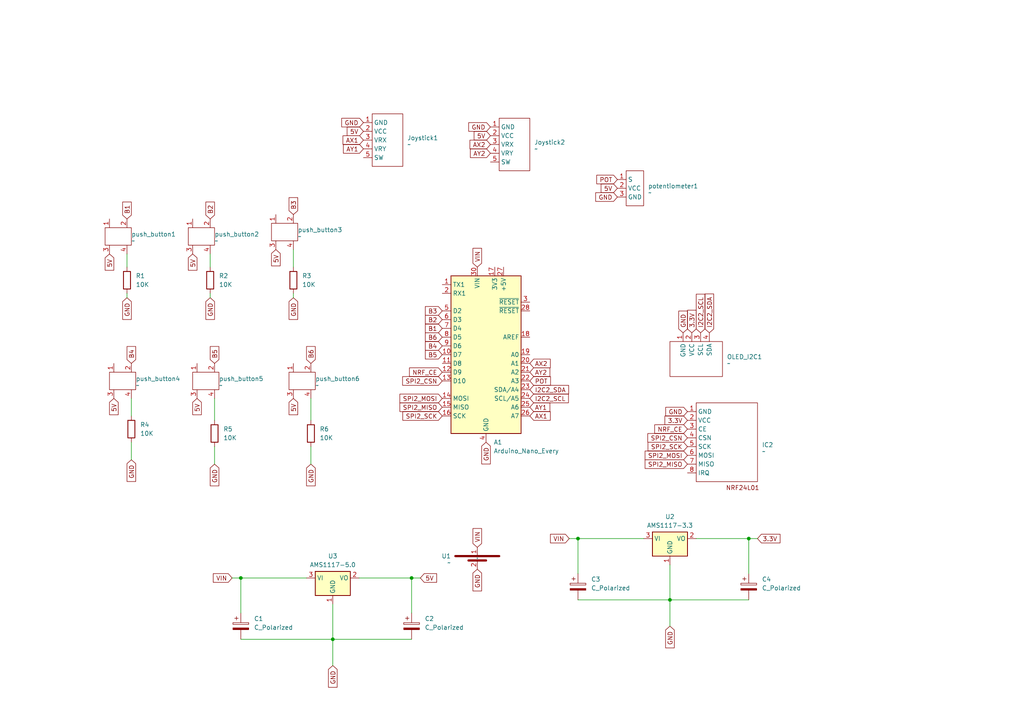
<source format=kicad_sch>
(kicad_sch (version 20231120) (generator "eeschema") (generator_version "8.0")
  (paper "A4")
  (lib_symbols
    (symbol "Device:C_Polarized" (pin_numbers hide) (pin_names (offset 0.254))
      (property "Reference" "C" (at 0.635 2.54 0))
      (property "Value" "C_Polarized" (at 0.635 -2.54 0))
      (symbol "C_Polarized_0_1"
        (rectangle (start -2.286 0.508) (end 2.286 1.016))
        (polyline (pts (xy -1.778 2.286) (xy -0.762 2.286)))
        (polyline (pts (xy -1.27 2.794) (xy -1.27 1.778)))
        (rectangle (start 2.286 -0.508) (end -2.286 -1.016) (fill (type outline)))
      )
      (symbol "C_Polarized_1_1"
        (pin passive line (at 0 3.81 270) (length 2.794) (name "~") (number "1"))
        (pin passive line (at 0 -3.81 90) (length 2.794) (name "~") (number "2"))
      )
    )
    (symbol "Device:R" (pin_numbers hide) (pin_names (offset 0))
      (property "Reference" "R" (at 2.032 0 90))
      (property "Value" "R" (at 0 0 90))
      (symbol "R_0_1"
        (rectangle (start -1.016 -2.54) (end 1.016 2.54) (stroke (width 0.254)))
      )
      (symbol "R_1_1"
        (pin passive line (at 0 3.81 270) (length 1.27) (name "~") (number "1"))
        (pin passive line (at 0 -3.81 90) (length 1.27) (name "~") (number "2"))
      )
    )
    (symbol "M4_library:Battery"
      (property "Reference" "U" (at -2.286 3.556 0))
      (symbol "Battery_1_1"
        (polyline (pts (xy -6.35 1.27) (xy 6.35 1.27)) (stroke (width 0.635)))
        (polyline (pts (xy 2.54 0) (xy -2.54 0)) (stroke (width 0.635)))
        (pin output line (at 0 3.81 270) (length 2.54) (name "VDD") (number "1"))
        (pin output line (at 0 -2.54 90) (length 2.54) (name "GND") (number "2"))
      )
    )
    (symbol "M4_library:Joystick"
      (property "Reference" "Joystick" (at -0.508 12.446 0))
      (symbol "Joystick_0_1"
        (rectangle (start -5.08 7.62) (end 3.81 -7.62))
      )
      (symbol "Joystick_1_1"
        (pin input line (at -7.62 5.08 0) (length 2.54) (name "GND") (number "1"))
        (pin input line (at -7.62 2.54 0) (length 2.54) (name "VCC") (number "2"))
        (pin input line (at -7.62 0 0) (length 2.54) (name "VRX") (number "3"))
        (pin input line (at -7.62 -2.54 0) (length 2.54) (name "VRY") (number "4"))
        (pin input line (at -7.62 -5.08 0) (length 2.54) (name "SW") (number "5"))
      )
    )
    (symbol "M4_library:NRF24L01_"
      (property "Reference" "IC" (at -8.89 12.954 0))
      (symbol "NRF24L01__0_1"
        (rectangle (start -8.89 11.43) (end 8.89 -11.43))
      )
      (symbol "NRF24L01__1_1"
        (text "NRF24L01\n" (at 4.572 -13.208 0) (effects (font (size 1.27 1.27))))
        (pin input line (at -11.43 8.89 0) (length 2.54) (name "GND") (number "1"))
        (pin input line (at -11.43 6.35 0) (length 2.54) (name "VCC") (number "2"))
        (pin input line (at -11.43 3.81 0) (length 2.54) (name "CE") (number "3"))
        (pin input line (at -11.43 1.27 0) (length 2.54) (name "CSN") (number "4"))
        (pin input line (at -11.43 -1.27 0) (length 2.54) (name "SCK") (number "5"))
        (pin input line (at -11.43 -3.81 0) (length 2.54) (name "MOSI") (number "6"))
        (pin input line (at -11.43 -6.35 0) (length 2.54) (name "MISO") (number "7"))
        (pin input line (at -11.43 -8.89 0) (length 2.54) (name "IRQ") (number "8"))
      )
    )
    (symbol "M4_library:OLED"
      (property "Reference" "OLED_I2C" (at -13.716 5.588 0))
      (symbol "OLED_0_1"
        (rectangle (start -10.16 2.54) (end 5.08 -7.62))
      )
      (symbol "OLED_1_1"
        (pin input line (at -6.35 5.08 270) (length 2.54) (name "GND") (number "1"))
        (pin input line (at -3.81 5.08 270) (length 2.54) (name "VCC") (number "2"))
        (pin input line (at -1.27 5.08 270) (length 2.54) (name "SCL") (number "3"))
        (pin input line (at 1.27 5.08 270) (length 2.54) (name "SDA") (number "4"))
      )
    )
    (symbol "M4_library:Push_button"
      (property "Reference" "push_button" (at -10.922 0.762 0))
      (symbol "Push_button_0_1"
        (rectangle (start -3.81 2.54) (end 3.81 -2.54))
      )
      (symbol "Push_button_1_1"
        (pin input line (at -2.54 5.08 270) (length 2.54) (name "") (number "1"))
        (pin input line (at 2.54 5.08 270) (length 2.54) (name "") (number "2"))
        (pin input line (at -2.54 -5.08 90) (length 2.54) (name "") (number "3"))
        (pin input line (at 2.54 -5.08 90) (length 2.54) (name "") (number "4"))
      )
    )
    (symbol "M4_library:pot"
      (property "Reference" "potentiometer" (at -3.302 6.35 0))
      (symbol "pot_0_1"
        (rectangle (start -1.27 5.08) (end 3.81 -5.08))
      )
      (symbol "pot_1_1"
        (pin input line (at -3.81 2.54 0) (length 2.54) (name "S") (number "1"))
        (pin input line (at -3.81 0 0) (length 2.54) (name "VCC") (number "2"))
        (pin input line (at -3.81 -2.54 0) (length 2.54) (name "GND") (number "3"))
      )
    )
    (symbol "MCU_Module:Arduino_Nano_Every"
      (property "Reference" "A" (at -10.16 23.495 0))
      (property "Value" "Arduino_Nano_Every" (at 5.08 -24.13 0))
      (symbol "Arduino_Nano_Every_0_1"
        (rectangle (start -10.16 22.86) (end 10.16 -22.86) (stroke (width 0.254)) (fill (type background)))
      )
      (symbol "Arduino_Nano_Every_1_1"
        (pin bidirectional line (at -12.7 20.32 0) (length 2.54) (name "TX1") (number "1"))
        (pin bidirectional line (at -12.7 0 0) (length 2.54) (name "D7") (number "10"))
        (pin bidirectional line (at -12.7 -2.54 0) (length 2.54) (name "D8") (number "11"))
        (pin bidirectional line (at -12.7 -5.08 0) (length 2.54) (name "D9") (number "12"))
        (pin bidirectional line (at -12.7 -7.62 0) (length 2.54) (name "D10") (number "13"))
        (pin bidirectional line (at -12.7 -12.7 0) (length 2.54) (name "MOSI") (number "14"))
        (pin bidirectional line (at -12.7 -15.24 0) (length 2.54) (name "MISO") (number "15"))
        (pin bidirectional line (at -12.7 -17.78 0) (length 2.54) (name "SCK") (number "16"))
        (pin power_out line (at 2.54 25.4 270) (length 2.54) (name "3V3") (number "17"))
        (pin input line (at 12.7 5.08 180) (length 2.54) (name "AREF") (number "18"))
        (pin bidirectional line (at 12.7 0 180) (length 2.54) (name "A0") (number "19"))
        (pin bidirectional line (at -12.7 17.78 0) (length 2.54) (name "RX1") (number "2"))
        (pin bidirectional line (at 12.7 -2.54 180) (length 2.54) (name "A1") (number "20"))
        (pin bidirectional line (at 12.7 -5.08 180) (length 2.54) (name "A2") (number "21"))
        (pin bidirectional line (at 12.7 -7.62 180) (length 2.54) (name "A3") (number "22"))
        (pin bidirectional line (at 12.7 -10.16 180) (length 2.54) (name "SDA/A4") (number "23"))
        (pin bidirectional line (at 12.7 -12.7 180) (length 2.54) (name "SCL/A5") (number "24"))
        (pin bidirectional line (at 12.7 -15.24 180) (length 2.54) (name "A6") (number "25"))
        (pin bidirectional line (at 12.7 -17.78 180) (length 2.54) (name "A7") (number "26"))
        (pin power_out line (at 5.08 25.4 270) (length 2.54) (name "+5V") (number "27"))
        (pin input line (at 12.7 12.7 180) (length 2.54) (name "~{RESET}") (number "28"))
        (pin passive line (at 0 -25.4 90) (length 2.54) hide (name "GND") (number "29"))
        (pin input line (at 12.7 15.24 180) (length 2.54) (name "~{RESET}") (number "3"))
        (pin power_in line (at -2.54 25.4 270) (length 2.54) (name "VIN") (number "30"))
        (pin power_in line (at 0 -25.4 90) (length 2.54) (name "GND") (number "4"))
        (pin bidirectional line (at -12.7 12.7 0) (length 2.54) (name "D2") (number "5"))
        (pin bidirectional line (at -12.7 10.16 0) (length 2.54) (name "D3") (number "6"))
        (pin bidirectional line (at -12.7 7.62 0) (length 2.54) (name "D4") (number "7"))
        (pin bidirectional line (at -12.7 5.08 0) (length 2.54) (name "D5") (number "8"))
        (pin bidirectional line (at -12.7 2.54 0) (length 2.54) (name "D6") (number "9"))
      )
    )
    (symbol "Regulator_Linear:AMS1117-3.3"
      (property "Reference" "U" (at -3.81 3.175 0))
      (property "Value" "AMS1117-3.3" (at 0 3.175 0))
      (symbol "AMS1117-3.3_0_1"
        (rectangle (start -5.08 -5.08) (end 5.08 1.905) (stroke (width 0.254)) (fill (type background)))
      )
      (symbol "AMS1117-3.3_1_1"
        (pin power_in line (at 0 -7.62 90) (length 2.54) (name "GND") (number "1"))
        (pin power_out line (at 7.62 0 180) (length 2.54) (name "VO") (number "2"))
        (pin power_in line (at -7.62 0 0) (length 2.54) (name "VI") (number "3"))
      )
    )
    (symbol "Regulator_Linear:AMS1117-5.0"
      (property "Reference" "U" (at -3.81 3.175 0))
      (property "Value" "AMS1117-5.0" (at 0 3.175 0))
      (symbol "AMS1117-5.0_0_1"
        (rectangle (start -5.08 -5.08) (end 5.08 1.905) (stroke (width 0.254)) (fill (type background)))
      )
      (symbol "AMS1117-5.0_1_1"
        (pin power_in line (at 0 -7.62 90) (length 2.54) (name "GND") (number "1"))
        (pin power_out line (at 7.62 0 180) (length 2.54) (name "VO") (number "2"))
        (pin power_in line (at -7.62 0 0) (length 2.54) (name "VI") (number "3"))
      )
    )
  )
  (junction (at 119.38 167.64))
  (junction (at 217.17 156.21))
  (junction (at 96.52 185.42))
  (junction (at 194.31 173.99))
  (junction (at 167.64 156.21))
  (junction (at 69.85 167.64))
  (wire (pts (xy 60.96 85.09) (xy 60.96 86.36)))
  (wire (pts (xy 201.93 156.21) (xy 217.17 156.21)))
  (wire (pts (xy 62.23 129.54) (xy 62.23 134.62)))
  (wire (pts (xy 167.64 173.99) (xy 194.31 173.99)))
  (wire (pts (xy 90.17 115.57) (xy 90.17 121.92)))
  (wire (pts (xy 165.1 156.21) (xy 167.64 156.21)))
  (wire (pts (xy 119.38 177.8) (xy 119.38 167.64)))
  (wire (pts (xy 167.64 156.21) (xy 186.69 156.21)))
  (wire (pts (xy 62.23 115.57) (xy 62.23 121.92)))
  (wire (pts (xy 69.85 185.42) (xy 96.52 185.42)))
  (wire (pts (xy 96.52 175.26) (xy 96.52 185.42)))
  (wire (pts (xy 60.96 73.66) (xy 60.96 77.47)))
  (wire (pts (xy 38.1 128.27) (xy 38.1 133.35)))
  (wire (pts (xy 104.14 167.64) (xy 119.38 167.64)))
  (wire (pts (xy 217.17 166.37) (xy 217.17 156.21)))
  (wire (pts (xy 36.83 85.09) (xy 36.83 86.36)))
  (wire (pts (xy 69.85 167.64) (xy 88.9 167.64)))
  (wire (pts (xy 85.09 85.09) (xy 85.09 86.36)))
  (wire (pts (xy 67.31 167.64) (xy 69.85 167.64)))
  (wire (pts (xy 69.85 167.64) (xy 69.85 177.8)))
  (wire (pts (xy 36.83 73.66) (xy 36.83 77.47)))
  (wire (pts (xy 194.31 163.83) (xy 194.31 173.99)))
  (wire (pts (xy 96.52 185.42) (xy 119.38 185.42)))
  (wire (pts (xy 85.09 72.39) (xy 85.09 77.47)))
  (wire (pts (xy 194.31 173.99) (xy 194.31 181.61)))
  (wire (pts (xy 96.52 185.42) (xy 96.52 193.04)))
  (wire (pts (xy 167.64 156.21) (xy 167.64 166.37)))
  (wire (pts (xy 90.17 129.54) (xy 90.17 134.62)))
  (wire (pts (xy 119.38 167.64) (xy 121.92 167.64)))
  (wire (pts (xy 38.1 115.57) (xy 38.1 120.65)))
  (wire (pts (xy 217.17 156.21) (xy 219.71 156.21)))
  (wire (pts (xy 194.31 173.99) (xy 217.17 173.99)))
  (global_label "3.3V" (shape input) (at 219.71 156.21 0) (property "Intersheetrefs" "${INTERSHEET_REFS}" (effects (hide yes))))
  (global_label "I2C2_SCL" (shape input) (at 153.67 115.57 0) (property "Intersheetrefs" "${INTERSHEET_REFS}" (effects (hide yes))))
  (global_label "B6" (shape input) (at 90.17 105.41 90) (property "Intersheetrefs" "${INTERSHEET_REFS}" (effects (hide yes))))
  (global_label "B1" (shape input) (at 128.27 95.25 180) (property "Intersheetrefs" "${INTERSHEET_REFS}" (effects (hide yes))))
  (global_label "GND" (shape input) (at 36.83 86.36 270) (property "Intersheetrefs" "${INTERSHEET_REFS}" (effects (hide yes))))
  (global_label "AX2" (shape input) (at 153.67 105.41 0) (property "Intersheetrefs" "${INTERSHEET_REFS}" (effects (hide yes))))
  (global_label "AY1" (shape input) (at 105.41 43.18 180) (property "Intersheetrefs" "${INTERSHEET_REFS}" (effects (hide yes))))
  (global_label "AY1" (shape input) (at 153.67 118.11 0) (property "Intersheetrefs" "${INTERSHEET_REFS}" (effects (hide yes))))
  (global_label "5V" (shape input) (at 85.09 115.57 270) (property "Intersheetrefs" "${INTERSHEET_REFS}" (effects (hide yes))))
  (global_label "GND" (shape input) (at 105.41 35.56 180) (property "Intersheetrefs" "${INTERSHEET_REFS}" (effects (hide yes))))
  (global_label "5V" (shape input) (at 80.01 72.39 270) (property "Intersheetrefs" "${INTERSHEET_REFS}" (effects (hide yes))))
  (global_label "B3" (shape input) (at 85.09 62.23 90) (property "Intersheetrefs" "${INTERSHEET_REFS}" (effects (hide yes))))
  (global_label "5V" (shape input) (at 142.24 39.37 180) (property "Intersheetrefs" "${INTERSHEET_REFS}" (effects (hide yes))))
  (global_label "GND" (shape input) (at 179.07 57.15 180) (property "Intersheetrefs" "${INTERSHEET_REFS}" (effects (hide yes))))
  (global_label "POT" (shape input) (at 153.67 110.49 0) (property "Intersheetrefs" "${INTERSHEET_REFS}" (effects (hide yes))))
  (global_label "GND" (shape input) (at 62.23 134.62 270) (property "Intersheetrefs" "${INTERSHEET_REFS}" (effects (hide yes))))
  (global_label "SPI2_SCK" (shape input) (at 128.27 120.65 180) (property "Intersheetrefs" "${INTERSHEET_REFS}" (effects (hide yes))))
  (global_label "I2C2_SDA" (shape input) (at 205.74 96.52 90) (property "Intersheetrefs" "${INTERSHEET_REFS}" (effects (hide yes))))
  (global_label "SPI2_MISO" (shape input) (at 199.39 134.62 180) (property "Intersheetrefs" "${INTERSHEET_REFS}" (effects (hide yes))))
  (global_label "GND" (shape input) (at 194.31 181.61 270) (property "Intersheetrefs" "${INTERSHEET_REFS}" (effects (hide yes))))
  (global_label "GND" (shape input) (at 198.12 96.52 90) (property "Intersheetrefs" "${INTERSHEET_REFS}" (effects (hide yes))))
  (global_label "5V" (shape input) (at 55.88 73.66 270) (property "Intersheetrefs" "${INTERSHEET_REFS}" (effects (hide yes))))
  (global_label "5V" (shape input) (at 33.02 115.57 270) (property "Intersheetrefs" "${INTERSHEET_REFS}" (effects (hide yes))))
  (global_label "GND" (shape input) (at 96.52 193.04 270) (property "Intersheetrefs" "${INTERSHEET_REFS}" (effects (hide yes))))
  (global_label "B3" (shape input) (at 128.27 90.17 180) (property "Intersheetrefs" "${INTERSHEET_REFS}" (effects (hide yes))))
  (global_label "AX1" (shape input) (at 105.41 40.64 180) (property "Intersheetrefs" "${INTERSHEET_REFS}" (effects (hide yes))))
  (global_label "GND" (shape input) (at 90.17 134.62 270) (property "Intersheetrefs" "${INTERSHEET_REFS}" (effects (hide yes))))
  (global_label "AX2" (shape input) (at 142.24 41.91 180) (property "Intersheetrefs" "${INTERSHEET_REFS}" (effects (hide yes))))
  (global_label "B2" (shape input) (at 60.96 63.5 90) (property "Intersheetrefs" "${INTERSHEET_REFS}" (effects (hide yes))))
  (global_label "NRF_CE" (shape input) (at 128.27 107.95 180) (property "Intersheetrefs" "${INTERSHEET_REFS}" (effects (hide yes))))
  (global_label "B6" (shape input) (at 128.27 97.79 180) (property "Intersheetrefs" "${INTERSHEET_REFS}" (effects (hide yes))))
  (global_label "I2C2_SCL" (shape input) (at 203.2 96.52 90) (property "Intersheetrefs" "${INTERSHEET_REFS}" (effects (hide yes))))
  (global_label "3.3V" (shape input) (at 200.66 96.52 90) (property "Intersheetrefs" "${INTERSHEET_REFS}" (effects (hide yes))))
  (global_label "GND" (shape input) (at 140.97 128.27 270) (property "Intersheetrefs" "${INTERSHEET_REFS}" (effects (hide yes))))
  (global_label "SPI2_MOSI" (shape input) (at 128.27 115.57 180) (property "Intersheetrefs" "${INTERSHEET_REFS}" (effects (hide yes))))
  (global_label "VIN" (shape input) (at 165.1 156.21 180) (property "Intersheetrefs" "${INTERSHEET_REFS}" (effects (hide yes))))
  (global_label "VIN" (shape input) (at 138.43 77.47 90) (property "Intersheetrefs" "${INTERSHEET_REFS}" (effects (hide yes))))
  (global_label "5V" (shape input) (at 105.41 38.1 180) (property "Intersheetrefs" "${INTERSHEET_REFS}" (effects (hide yes))))
  (global_label "AY2" (shape input) (at 142.24 44.45 180) (property "Intersheetrefs" "${INTERSHEET_REFS}" (effects (hide yes))))
  (global_label "VIN" (shape input) (at 138.43 158.75 90) (property "Intersheetrefs" "${INTERSHEET_REFS}" (effects (hide yes))))
  (global_label "5V" (shape input) (at 121.92 167.64 0) (property "Intersheetrefs" "${INTERSHEET_REFS}" (effects (hide yes))))
  (global_label "5V" (shape input) (at 57.15 115.57 270) (property "Intersheetrefs" "${INTERSHEET_REFS}" (effects (hide yes))))
  (global_label "SPI2_MOSI" (shape input) (at 199.39 132.08 180) (property "Intersheetrefs" "${INTERSHEET_REFS}" (effects (hide yes))))
  (global_label "GND" (shape input) (at 38.1 133.35 270) (property "Intersheetrefs" "${INTERSHEET_REFS}" (effects (hide yes))))
  (global_label "SPI2_MISO" (shape input) (at 128.27 118.11 180) (property "Intersheetrefs" "${INTERSHEET_REFS}" (effects (hide yes))))
  (global_label "GND" (shape input) (at 142.24 36.83 180) (property "Intersheetrefs" "${INTERSHEET_REFS}" (effects (hide yes))))
  (global_label "VIN" (shape input) (at 67.31 167.64 180) (property "Intersheetrefs" "${INTERSHEET_REFS}" (effects (hide yes))))
  (global_label "B1" (shape input) (at 36.83 63.5 90) (property "Intersheetrefs" "${INTERSHEET_REFS}" (effects (hide yes))))
  (global_label "POT" (shape input) (at 179.07 52.07 180) (property "Intersheetrefs" "${INTERSHEET_REFS}" (effects (hide yes))))
  (global_label "SPI2_SCK" (shape input) (at 199.39 129.54 180) (property "Intersheetrefs" "${INTERSHEET_REFS}" (effects (hide yes))))
  (global_label "GND" (shape input) (at 138.43 165.1 270) (property "Intersheetrefs" "${INTERSHEET_REFS}" (effects (hide yes))))
  (global_label "AX1" (shape input) (at 153.67 120.65 0) (property "Intersheetrefs" "${INTERSHEET_REFS}" (effects (hide yes))))
  (global_label "5V" (shape input) (at 179.07 54.61 180) (property "Intersheetrefs" "${INTERSHEET_REFS}" (effects (hide yes))))
  (global_label "B4" (shape input) (at 128.27 100.33 180) (property "Intersheetrefs" "${INTERSHEET_REFS}" (effects (hide yes))))
  (global_label "GND" (shape input) (at 199.39 119.38 180) (property "Intersheetrefs" "${INTERSHEET_REFS}" (effects (hide yes))))
  (global_label "SPI2_CSN" (shape input) (at 199.39 127 180) (property "Intersheetrefs" "${INTERSHEET_REFS}" (effects (hide yes))))
  (global_label "I2C2_SDA" (shape input) (at 153.67 113.03 0) (property "Intersheetrefs" "${INTERSHEET_REFS}" (effects (hide yes))))
  (global_label "5V" (shape input) (at 31.75 73.66 270) (property "Intersheetrefs" "${INTERSHEET_REFS}" (effects (hide yes))))
  (global_label "B4" (shape input) (at 38.1 105.41 90) (property "Intersheetrefs" "${INTERSHEET_REFS}" (effects (hide yes))))
  (global_label "AY2" (shape input) (at 153.67 107.95 0) (property "Intersheetrefs" "${INTERSHEET_REFS}" (effects (hide yes))))
  (global_label "NRF_CE" (shape input) (at 199.39 124.46 180) (property "Intersheetrefs" "${INTERSHEET_REFS}" (effects (hide yes))))
  (global_label "B5" (shape input) (at 62.23 105.41 90) (property "Intersheetrefs" "${INTERSHEET_REFS}" (effects (hide yes))))
  (global_label "GND" (shape input) (at 85.09 86.36 270) (property "Intersheetrefs" "${INTERSHEET_REFS}" (effects (hide yes))))
  (global_label "SPI2_CSN" (shape input) (at 128.27 110.49 180) (property "Intersheetrefs" "${INTERSHEET_REFS}" (effects (hide yes))))
  (global_label "3.3V" (shape input) (at 199.39 121.92 180) (property "Intersheetrefs" "${INTERSHEET_REFS}" (effects (hide yes))))
  (global_label "B2" (shape input) (at 128.27 92.71 180) (property "Intersheetrefs" "${INTERSHEET_REFS}" (effects (hide yes))))
  (global_label "B5" (shape input) (at 128.27 102.87 180) (property "Intersheetrefs" "${INTERSHEET_REFS}" (effects (hide yes))))
  (global_label "GND" (shape input) (at 60.96 86.36 270) (property "Intersheetrefs" "${INTERSHEET_REFS}" (effects (hide yes))))
  (symbol (lib_id "M4_library:Joystick") (at 149.86 41.91 0) (unit 1)
    (property "Reference" "Joystick2" (at 154.94 41.2749 0) (effects (justify left)))
    (property "Value" "~" (at 154.94 43.18 0) (effects (justify left)))
    (property "Footprint" "M4_PCB:Joystick" (effects (hide yes)))
  )
  (symbol (lib_id "Device:R") (at 38.1 124.46 0) (unit 1)
    (property "Reference" "R4" (at 40.64 123.1899 0) (effects (justify left)))
    (property "Value" "10K" (at 40.64 125.7299 0) (effects (justify left)))
    (property "Footprint" "Resistor_THT:R_Axial_DIN0204_L3.6mm_D1.6mm_P5.08mm_Horizontal" (effects (hide yes)))
    (property "Description" "Resistor" (effects (hide yes)))
  )
  (symbol (lib_id "Regulator_Linear:AMS1117-5.0") (at 96.52 167.64 0) (unit 1)
    (property "Reference" "U3" (at 96.52 161.29 0))
    (property "Value" "AMS1117-5.0" (at 96.52 163.83 0))
    (property "Footprint" "Package_TO_SOT_SMD:SOT-223-3_TabPin2" (effects (hide yes)))
    (property "Datasheet" "http://www.advanced-monolithic.com/pdf/ds1117.pdf" (effects (hide yes)))
    (property "Description" "1A Low Dropout regulator, positive, 5.0V fixed output, SOT-223" (effects (hide yes)))
  )
  (symbol (lib_id "M4_library:Push_button") (at 34.29 68.58 0) (unit 1)
    (property "Reference" "push_button1" (at 38.1 67.9449 0) (effects (justify left)))
    (property "Value" "~" (at 38.1 69.85 0) (effects (justify left)))
    (property "Footprint" "M4_PCB:Push_Button" (effects (hide yes)))
  )
  (symbol (lib_id "Device:C_Polarized") (at 69.85 181.61 0) (unit 1)
    (property "Reference" "C1" (at 73.66 179.4509 0) (effects (justify left)))
    (property "Value" "C_Polarized" (at 73.66 181.9909 0) (effects (justify left)))
    (property "Footprint" "M4_PCB:two_pin_headers2.54" (effects (hide yes)))
    (property "Description" "Polarized capacitor" (effects (hide yes)))
  )
  (symbol (lib_id "Device:C_Polarized") (at 217.17 170.18 0) (unit 1)
    (property "Reference" "C4" (at 220.98 168.0209 0) (effects (justify left)))
    (property "Value" "C_Polarized" (at 220.98 170.5609 0) (effects (justify left)))
    (property "Footprint" "M4_PCB:two_pin_headers2.54" (effects (hide yes)))
    (property "Description" "Polarized capacitor" (effects (hide yes)))
  )
  (symbol (lib_id "Device:C_Polarized") (at 119.38 181.61 0) (unit 1)
    (property "Reference" "C2" (at 123.19 179.4509 0) (effects (justify left)))
    (property "Value" "C_Polarized" (at 123.19 181.9909 0) (effects (justify left)))
    (property "Footprint" "M4_PCB:two_pin_headers2.54" (effects (hide yes)))
    (property "Description" "Polarized capacitor" (effects (hide yes)))
  )
  (symbol (lib_id "MCU_Module:Arduino_Nano_Every") (at 140.97 102.87 0) (unit 1)
    (property "Reference" "A1" (at 143.1641 128.27 0) (effects (justify left)))
    (property "Value" "Arduino_Nano_Every" (at 143.1641 130.81 0) (effects (justify left)))
    (property "Footprint" "Module:Arduino_Nano" (effects (hide yes)))
    (property "Datasheet" "https://content.arduino.cc/assets/NANOEveryV3.0_sch.pdf" (effects (hide yes)))
    (property "Description" "Arduino Nano Every" (effects (hide yes)))
  )
  (symbol (lib_id "M4_library:OLED") (at 204.47 101.6 0) (unit 1)
    (property "Reference" "OLED_I2C1" (at 210.82 103.5049 0) (effects (justify left)))
    (property "Value" "~" (at 210.82 105.41 0) (effects (justify left)))
    (property "Footprint" "M4_PCB:OLED" (effects (hide yes)))
  )
  (symbol (lib_id "M4_library:Push_button") (at 59.69 110.49 0) (unit 1)
    (property "Reference" "push_button5" (at 63.5 109.8549 0) (effects (justify left)))
    (property "Value" "~" (at 63.5 111.76 0) (effects (justify left)))
    (property "Footprint" "M4_PCB:Push_Button" (effects (hide yes)))
  )
  (symbol (lib_id "M4_library:Push_button") (at 82.55 67.31 0) (unit 1)
    (property "Reference" "push_button3" (at 86.36 66.6749 0) (effects (justify left)))
    (property "Value" "~" (at 86.36 68.58 0) (effects (justify left)))
    (property "Footprint" "M4_PCB:Push_Button" (effects (hide yes)))
  )
  (symbol (lib_id "Device:R") (at 90.17 125.73 0) (unit 1)
    (property "Reference" "R6" (at 92.71 124.4599 0) (effects (justify left)))
    (property "Value" "10K" (at 92.71 126.9999 0) (effects (justify left)))
    (property "Footprint" "Resistor_THT:R_Axial_DIN0204_L3.6mm_D1.6mm_P5.08mm_Horizontal" (effects (hide yes)))
    (property "Description" "Resistor" (effects (hide yes)))
  )
  (symbol (lib_id "Regulator_Linear:AMS1117-3.3") (at 194.31 156.21 0) (unit 1)
    (property "Reference" "U2" (at 194.31 149.86 0))
    (property "Value" "AMS1117-3.3" (at 194.31 152.4 0))
    (property "Footprint" "Package_TO_SOT_SMD:SOT-223-3_TabPin2" (effects (hide yes)))
    (property "Datasheet" "http://www.advanced-monolithic.com/pdf/ds1117.pdf" (effects (hide yes)))
    (property "Description" "1A Low Dropout regulator, positive, 3.3V fixed output, SOT-223" (effects (hide yes)))
  )
  (symbol (lib_id "M4_library:pot") (at 182.88 54.61 0) (unit 1)
    (property "Reference" "potentiometer1" (at 187.96 53.9749 0) (effects (justify left)))
    (property "Value" "~" (at 187.96 55.88 0) (effects (justify left)))
    (property "Footprint" "M4_PCB:POT" (effects (hide yes)))
  )
  (symbol (lib_id "Device:R") (at 62.23 125.73 0) (unit 1)
    (property "Reference" "R5" (at 64.77 124.4599 0) (effects (justify left)))
    (property "Value" "10K" (at 64.77 126.9999 0) (effects (justify left)))
    (property "Footprint" "Resistor_THT:R_Axial_DIN0204_L3.6mm_D1.6mm_P5.08mm_Horizontal" (effects (hide yes)))
    (property "Description" "Resistor" (effects (hide yes)))
  )
  (symbol (lib_id "M4_library:Push_button") (at 35.56 110.49 0) (unit 1)
    (property "Reference" "push_button4" (at 39.37 109.8549 0) (effects (justify left)))
    (property "Value" "~" (at 39.37 111.76 0) (effects (justify left)))
    (property "Footprint" "M4_PCB:Push_Button" (effects (hide yes)))
  )
  (symbol (lib_id "Device:R") (at 85.09 81.28 0) (unit 1)
    (property "Reference" "R3" (at 87.63 80.0099 0) (effects (justify left)))
    (property "Value" "10K" (at 87.63 82.5499 0) (effects (justify left)))
    (property "Footprint" "Resistor_THT:R_Axial_DIN0204_L3.6mm_D1.6mm_P5.08mm_Horizontal" (effects (hide yes)))
    (property "Description" "Resistor" (effects (hide yes)))
  )
  (symbol (lib_id "M4_library:Push_button") (at 58.42 68.58 0) (unit 1)
    (property "Reference" "push_button2" (at 62.23 67.9449 0) (effects (justify left)))
    (property "Value" "~" (at 62.23 69.85 0) (effects (justify left)))
    (property "Footprint" "M4_PCB:Push_Button" (effects (hide yes)))
  )
  (symbol (lib_id "M4_library:Joystick") (at 113.03 40.64 0) (unit 1)
    (property "Reference" "Joystick1" (at 118.11 40.0049 0) (effects (justify left)))
    (property "Value" "~" (at 118.11 41.91 0) (effects (justify left)))
    (property "Footprint" "M4_PCB:Joystick" (effects (hide yes)))
  )
  (symbol (lib_id "M4_library:Battery") (at 138.43 162.56 0) (unit 1)
    (property "Reference" "U1" (at 130.81 161.2899 0) (effects (justify right)))
    (property "Value" "~" (at 130.81 163.195 0) (effects (justify right)))
    (property "Footprint" "TerminalBlock:TerminalBlock_bornier-2_P5.08mm" (effects (hide yes)))
  )
  (symbol (lib_id "Device:R") (at 60.96 81.28 0) (unit 1)
    (property "Reference" "R2" (at 63.5 80.0099 0) (effects (justify left)))
    (property "Value" "10K" (at 63.5 82.5499 0) (effects (justify left)))
    (property "Footprint" "Resistor_THT:R_Axial_DIN0204_L3.6mm_D1.6mm_P5.08mm_Horizontal" (effects (hide yes)))
    (property "Description" "Resistor" (effects (hide yes)))
  )
  (symbol (lib_id "M4_library:Push_button") (at 87.63 110.49 0) (unit 1)
    (property "Reference" "push_button6" (at 91.44 109.8549 0) (effects (justify left)))
    (property "Value" "~" (at 91.44 111.76 0) (effects (justify left)))
    (property "Footprint" "M4_PCB:Push_Button" (effects (hide yes)))
  )
  (symbol (lib_id "Device:C_Polarized") (at 167.64 170.18 0) (unit 1)
    (property "Reference" "C3" (at 171.45 168.0209 0) (effects (justify left)))
    (property "Value" "C_Polarized" (at 171.45 170.5609 0) (effects (justify left)))
    (property "Footprint" "M4_PCB:two_pin_headers2.54" (effects (hide yes)))
    (property "Description" "Polarized capacitor" (effects (hide yes)))
  )
  (symbol (lib_id "M4_library:NRF24L01_") (at 210.82 128.27 0) (unit 1)
    (property "Reference" "IC2" (at 220.98 129.0347 0) (effects (justify left)))
    (property "Value" "~" (at 220.98 130.9398 0) (effects (justify left)))
    (property "Footprint" "M4_PCB:NRF_ANTENNA" (effects (hide yes)))
  )
  (symbol (lib_id "Device:R") (at 36.83 81.28 0) (unit 1)
    (property "Reference" "R1" (at 39.37 80.0099 0) (effects (justify left)))
    (property "Value" "10K" (at 39.37 82.5499 0) (effects (justify left)))
    (property "Footprint" "Resistor_THT:R_Axial_DIN0204_L3.6mm_D1.6mm_P5.08mm_Horizontal" (effects (hide yes)))
    (property "Description" "Resistor" (effects (hide yes)))
  )
)
</source>
